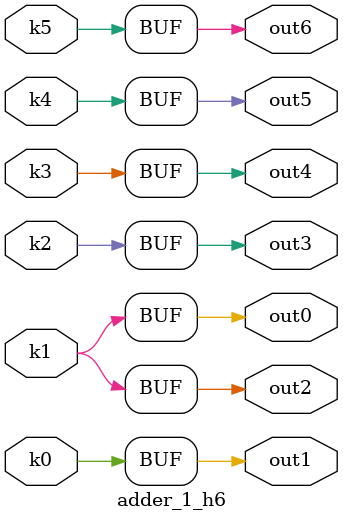
<source format=v>
module adder_1(pi00, pi01, pi02, pi03, pi04, pi05, pi06, pi07, pi08, pi09, pi10, pi11, po0, po1, po2, po3, po4, po5, po6);
input pi00, pi01, pi02, pi03, pi04, pi05, pi06, pi07, pi08, pi09, pi10, pi11;
output po0, po1, po2, po3, po4, po5, po6;
wire k0, k1, k2, k3, k4, k5;
adder_1_w6 DUT1 (pi00, pi01, pi02, pi03, pi04, pi05, pi06, pi07, pi08, pi09, pi10, pi11, k0, k1, k2, k3, k4, k5);
adder_1_h6 DUT2 (k0, k1, k2, k3, k4, k5, po0, po1, po2, po3, po4, po5, po6);
endmodule

module adder_1_w6(in11, in10, in9, in8, in7, in6, in5, in4, in3, in2, in1, in0, k5, k4, k3, k2, k1, k0);
input in11, in10, in9, in8, in7, in6, in5, in4, in3, in2, in1, in0;
output k5, k4, k3, k2, k1, k0;
assign k0 =   ((~in7 | ~in2) & (((~in8 | ~in3) & (((~in9 | ~in4) & (((~in11 | ~in6) & ((in1 & ~in10) | (~in0 & ~in5))) | (~in11 & ~in6 & (~in10 | ~in5)) | (~in10 & ~in5))) | (~in9 & ~in4))) | (~in8 & ~in3))) | (~in7 & ~in2);
assign k1 =   ((~in7 ^ in2) & (((~in8 | ~in3) & (((~in9 | ~in4) & (((~in11 | ~in6) & ((in1 & ~in10) | (~in0 & ~in5))) | (~in11 & ~in6 & (~in10 | ~in5)) | (~in10 & ~in5))) | (~in9 & ~in4))) | (~in8 & ~in3))) | ((in7 ^ in2) & ((in8 & in3) | ((in8 | in3) & ((in9 & in4) | ((in9 | in4) & (((in11 | in6) & ((in0 & in10) | (~in1 & in5))) | (in10 & in5) | (in11 & in6 & (in10 | in5))))))));
assign k2 =   ((~in8 ^ in3) & (((~in9 | ~in4) & (((~in11 | ~in6) & ((in1 & ~in10) | (~in0 & ~in5))) | (~in11 & ~in6 & (~in10 | ~in5)) | (~in10 & ~in5))) | (~in9 & ~in4))) | ((in8 ^ in3) & ((in9 & in4) | ((in9 | in4) & (((in11 | in6) & ((in0 & in10) | (~in1 & in5))) | (in10 & in5) | (in11 & in6 & (in10 | in5))))));
assign k3 =   ((~in9 ^ in4) & (((~in11 | ~in6) & ((in1 & ~in10) | (~in0 & ~in5))) | (~in11 & ~in6 & (~in10 | ~in5)) | (~in10 & ~in5))) | ((in9 ^ in4) & (((in11 | in6) & ((in0 & in10) | (~in1 & in5))) | (in10 & in5) | (in11 & in6 & (in10 | in5))));
assign k4 =   ((~in11 | ~in6) & ((in1 & in10 & in5) | (~in0 & ~in10 & ~in5))) | ((in11 | in6) & ((~in1 & ~in10 & in5) | (in0 & in10 & ~in5))) | (in11 & in6 & (in10 ^ in5)) | (~in11 & ~in6 & (~in10 ^ in5));
assign k5 =   (in0 & (in11 ^ in6)) | (in1 & (~in11 ^ in6));
endmodule

module adder_1_h6(k5, k4, k3, k2, k1, k0, out6, out5, out4, out3, out2, out1, out0);
input k5, k4, k3, k2, k1, k0;
output out6, out5, out4, out3, out2, out1, out0;
assign out0 = k1;
assign out1 = k0;
assign out2 = k1;
assign out3 = k2;
assign out4 = k3;
assign out5 = k4;
assign out6 = k5;
endmodule

</source>
